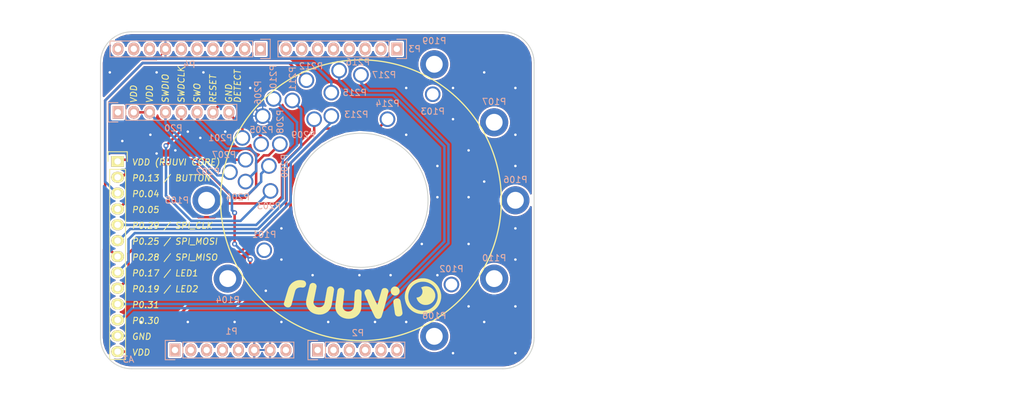
<source format=kicad_pcb>
(kicad_pcb (version 4) (host pcbnew "(2016-05-05 BZR 6775)-product")
  (layers (0 F.Cu signal) (31 B.Cu signal) (34 B.Paste user) (35 F.Paste user) (36 B.SilkS user) (37 F.SilkS user) (38 B.Mask user) (39 F.Mask user) (44 Edge.Cuts user))
  (net 0 "")
  (net 1 GND)
  (net 2 /SH_SWDIO)
  (net 3 /SH_SWDCLK)
  (net 4 /SH_SWO)
  (net 5 /SH_RESET)
  (net 6 /SH_GND_DETECT)
  (net 7 /SH_VTG)
  (net 8 "Net-(P207-Pad1)")
  (net 9 "Net-(P208-Pad1)")
  (net 10 "Net-(P209-Pad1)")
  (net 11 "Net-(P210-Pad1)")
  (net 12 "Net-(P211-Pad1)")
  (net 13 "Net-(P212-Pad1)")
  (net 14 "Net-(P213-Pad1)")
  (net 15 "Net-(P214-Pad1)")
  (net 16 "Net-(P215-Pad1)")
  (net 17 "Net-(P216-Pad1)")
  (net 18 "Net-(P217-Pad1)")
  (module Pin_Headers:Pin_Header_Straight_1x08 (layer B.Cu) (at 99.06 149.899 270)
    (fp_text reference P1 (at -2.999 -9.06) (layer B.SilkS) (effects (justify mirror)))
    (fp_text value CONN_01X08)
    (pad 1 thru_hole rect (at 0 0 270) (size 2.032 1.7272) (drill 1.016) (layers *.Cu *.Mask B.SilkS))
    (pad 2 thru_hole oval (at 0 -2.54 270) (size 2.032 1.7272) (drill 1.016) (layers *.Cu *.Mask B.SilkS))
    (pad 3 thru_hole oval (at 0 -5.08 270) (size 2.032 1.7272) (drill 1.016) (layers *.Cu *.Mask B.SilkS))
    (pad 4 thru_hole oval (at 0 -7.62 270) (size 2.032 1.7272) (drill 1.016) (layers *.Cu *.Mask B.SilkS))
    (pad 5 thru_hole oval (at 0 -10.16 270) (size 2.032 1.7272) (drill 1.016) (layers *.Cu *.Mask B.SilkS))
    (pad 6 thru_hole oval (at 0 -12.7 270) (size 2.032 1.7272) (drill 1.016) (layers *.Cu *.Mask B.SilkS) (net 1 GND))
    (pad 7 thru_hole oval (at 0 -15.24 270) (size 2.032 1.7272) (drill 1.016) (layers *.Cu *.Mask B.SilkS) (net 1 GND))
    (pad 8 thru_hole oval (at 0 -17.78 270) (size 2.032 1.7272) (drill 1.016) (layers *.Cu *.Mask B.SilkS))
  )
  (module Pin_Headers:Pin_Header_Straight_1x06 (layer B.Cu) (at 121.92 149.899 270)
    (fp_text reference P2 (at -2.749 -6.45) (layer B.SilkS) (effects (justify mirror)))
    (fp_text value CONN_01X06)
    (pad 1 thru_hole rect (at 0 0 270) (size 2.032 1.7272) (drill 1.016) (layers *.Cu *.Mask B.SilkS))
    (pad 2 thru_hole oval (at 0 -2.54 270) (size 2.032 1.7272) (drill 1.016) (layers *.Cu *.Mask B.SilkS))
    (pad 3 thru_hole oval (at 0 -5.08 270) (size 2.032 1.7272) (drill 1.016) (layers *.Cu *.Mask B.SilkS))
    (pad 4 thru_hole oval (at 0 -7.62 270) (size 2.032 1.7272) (drill 1.016) (layers *.Cu *.Mask B.SilkS))
    (pad 5 thru_hole oval (at 0 -10.16 270) (size 2.032 1.7272) (drill 1.016) (layers *.Cu *.Mask B.SilkS))
    (pad 6 thru_hole oval (at 0 -12.7 270) (size 2.032 1.7272) (drill 1.016) (layers *.Cu *.Mask B.SilkS))
  )
  (module Pin_Headers:Pin_Header_Straight_1x08 (layer B.Cu) (at 134.62 101.639 90)
    (fp_text reference P3 (at -0.011 2.85 180) (layer B.SilkS) (effects (justify mirror)))
    (fp_text value CONN_01X08)
    (pad 1 thru_hole rect (at 0 0 90) (size 2.032 1.7272) (drill 1.016) (layers *.Cu *.Mask B.SilkS))
    (pad 2 thru_hole oval (at 0 -2.54 90) (size 2.032 1.7272) (drill 1.016) (layers *.Cu *.Mask B.SilkS))
    (pad 3 thru_hole oval (at 0 -5.08 90) (size 2.032 1.7272) (drill 1.016) (layers *.Cu *.Mask B.SilkS))
    (pad 4 thru_hole oval (at 0 -7.62 90) (size 2.032 1.7272) (drill 1.016) (layers *.Cu *.Mask B.SilkS))
    (pad 5 thru_hole oval (at 0 -10.16 90) (size 2.032 1.7272) (drill 1.016) (layers *.Cu *.Mask B.SilkS))
    (pad 6 thru_hole oval (at 0 -12.7 90) (size 2.032 1.7272) (drill 1.016) (layers *.Cu *.Mask B.SilkS))
    (pad 7 thru_hole oval (at 0 -15.24 90) (size 2.032 1.7272) (drill 1.016) (layers *.Cu *.Mask B.SilkS))
    (pad 8 thru_hole oval (at 0 -17.78 90) (size 2.032 1.7272) (drill 1.016) (layers *.Cu *.Mask B.SilkS))
  )
  (module Pin_Headers:Pin_Header_Straight_1x10 (layer B.Cu) (at 112.776 101.639 90)
    (fp_text reference P4 (at -2.54 -11.43 180) (layer B.SilkS) (effects (justify mirror)))
    (fp_text value CONN_01X10)
    (pad 1 thru_hole rect (at 0 0 90) (size 2.032 1.7272) (drill 1.016) (layers *.Cu *.Mask B.SilkS))
    (pad 2 thru_hole oval (at 0 -2.54 90) (size 2.032 1.7272) (drill 1.016) (layers *.Cu *.Mask B.SilkS))
    (pad 3 thru_hole oval (at 0 -5.08 90) (size 2.032 1.7272) (drill 1.016) (layers *.Cu *.Mask B.SilkS))
    (pad 4 thru_hole oval (at 0 -7.62 90) (size 2.032 1.7272) (drill 1.016) (layers *.Cu *.Mask B.SilkS))
    (pad 5 thru_hole oval (at 0 -10.16 90) (size 2.032 1.7272) (drill 1.016) (layers *.Cu *.Mask B.SilkS))
    (pad 6 thru_hole oval (at 0 -12.7 90) (size 2.032 1.7272) (drill 1.016) (layers *.Cu *.Mask B.SilkS))
    (pad 7 thru_hole oval (at 0 -15.24 90) (size 2.032 1.7272) (drill 1.016) (layers *.Cu *.Mask B.SilkS) (net 1 GND))
    (pad 8 thru_hole oval (at 0 -17.78 90) (size 2.032 1.7272) (drill 1.016) (layers *.Cu *.Mask B.SilkS))
    (pad 9 thru_hole oval (at 0 -20.32 90) (size 2.032 1.7272) (drill 1.016) (layers *.Cu *.Mask B.SilkS))
    (pad 10 thru_hole oval (at 0 -22.86 90) (size 2.032 1.7272) (drill 1.016) (layers *.Cu *.Mask B.SilkS))
  )
  (module Tester:RUUVI_LOGO_BENDED_RUUVITAG_REVB2 (layer F.Cu) (at 129.12 141.65)
    (fp_text reference G*** hide)
    (fp_text value RUUVI_LOGO_BENDED_RUUVITAG_REVB2 hide)
  )
  (module Socket_Strips:Socket_Strip_Straight_1x08 (layer B.Cu) (at 89.916 111.799)
    (fp_text reference P20 (at 8.89 2.54) (layer B.SilkS) (effects (justify mirror)))
    (fp_text value CONN_01X08)
    (pad 1 thru_hole rect (at 0 0) (size 1.7272 2.032) (drill 1.016) (layers *.Cu *.Mask B.SilkS))
    (pad 2 thru_hole oval (at 2.54 0) (size 1.7272 2.032) (drill 1.016) (layers *.Cu *.Mask B.SilkS) (net 7 /SH_VTG))
    (pad 3 thru_hole oval (at 5.08 0) (size 1.7272 2.032) (drill 1.016) (layers *.Cu *.Mask B.SilkS) (net 7 /SH_VTG))
    (pad 4 thru_hole oval (at 7.62 0) (size 1.7272 2.032) (drill 1.016) (layers *.Cu *.Mask B.SilkS) (net 2 /SH_SWDIO))
    (pad 5 thru_hole oval (at 10.16 0) (size 1.7272 2.032) (drill 1.016) (layers *.Cu *.Mask B.SilkS) (net 3 /SH_SWDCLK))
    (pad 6 thru_hole oval (at 12.7 0) (size 1.7272 2.032) (drill 1.016) (layers *.Cu *.Mask B.SilkS) (net 4 /SH_SWO))
    (pad 7 thru_hole oval (at 15.24 0) (size 1.7272 2.032) (drill 1.016) (layers *.Cu *.Mask B.SilkS) (net 5 /SH_RESET))
    (pad 8 thru_hole oval (at 17.78 0) (size 1.7272 2.032) (drill 1.016) (layers *.Cu *.Mask B.SilkS) (net 6 /SH_GND_DETECT))
  )
  (module Tester:M2.5_PLATED_HOLE (layer B.Cu) (at 107.52 138.45)
    (fp_text reference P104 (at 0 3.4) (layer B.SilkS) (effects (justify mirror)))
    (fp_text value ALIGN)
    (pad 1 thru_hole circle (at 0 0) (size 4.5 4.5) (drill 2.7) (layers *.Cu *.Mask))
  )
  (module Tester:M2.5_PLATED_HOLE (layer B.Cu) (at 104.12 125.9)
    (fp_text reference P105 (at -4.75 0) (layer B.SilkS) (effects (justify mirror)))
    (fp_text value ALIGN)
    (pad 1 thru_hole circle (at 0 0) (size 4.5 4.5) (drill 2.7) (layers *.Cu *.Mask))
  )
  (module Tester:M2.5_PLATED_HOLE (layer B.Cu) (at 153.62 125.9)
    (fp_text reference P106 (at 0 -3.3) (layer B.SilkS) (effects (justify mirror)))
    (fp_text value ALIGN)
    (pad 1 thru_hole circle (at 0 0) (size 4.5 4.5) (drill 2.7) (layers *.Cu *.Mask))
  )
  (module Tester:0926-1-15-20-75-14-11-0_POGO_PIN (layer B.Cu) (at 114.37 124.4)
    (fp_text reference P203 (at -0.25 2.4) (layer B.SilkS) (effects (justify mirror)))
    (fp_text value POGO)
    (pad 1 thru_hole circle (at 0 0) (size 2.5 2.5) (drill 1.9) (layers *.Cu *.Mask) (net 3 /SH_SWDCLK))
  )
  (module Tester:0926-1-15-20-75-14-11-0_POGO_PIN (layer B.Cu) (at 112.87 116.9)
    (fp_text reference P205 (at 0.05 -2.3 180) (layer B.SilkS) (effects (justify mirror)))
    (fp_text value POGO)
    (pad 1 thru_hole circle (at 0 0) (size 2.5 2.5) (drill 1.9) (layers *.Cu *.Mask) (net 5 /SH_RESET))
  )
  (module Tester:0926-1-15-20-75-14-11-0_POGO_PIN (layer B.Cu) (at 110.37 122.9)
    (fp_text reference P204 (at -1.25 2.5) (layer B.SilkS) (effects (justify mirror)))
    (fp_text value POGO)
    (pad 1 thru_hole circle (at 0 0) (size 2.5 2.5) (drill 1.9) (layers *.Cu *.Mask) (net 4 /SH_SWO))
  )
  (module Tester:0926-1-15-20-75-14-11-0_POGO_PIN (layer B.Cu) (at 107.87 121.4)
    (fp_text reference P202 (at -3.55 -0.1) (layer B.SilkS) (effects (justify mirror)))
    (fp_text value POGO)
    (pad 1 thru_hole circle (at 0 0) (size 2.5 2.5) (drill 1.9) (layers *.Cu *.Mask) (net 2 /SH_SWDIO))
  )
  (module Tester:0926-1-15-20-75-14-11-0_POGO_PIN (layer B.Cu) (at 109.87 115.9)
    (fp_text reference P201 (at -3.55 0) (layer B.SilkS) (effects (justify mirror)))
    (fp_text value POGO)
    (pad 1 thru_hole circle (at 0 0) (size 2.5 2.5) (drill 1.9) (layers *.Cu *.Mask) (net 6 /SH_GND_DETECT))
  )
  (module Tester:0926-1-15-20-75-14-11-0_POGO_PIN (layer B.Cu) (at 114.12 120.4)
    (fp_text reference P200 (at 2.5 0 270) (layer B.SilkS) (effects (justify mirror)))
    (fp_text value POGO)
    (pad 1 thru_hole circle (at 0 0) (size 2.5 2.5) (drill 1.9) (layers *.Cu *.Mask) (net 7 /SH_VTG))
  )
  (module Tester:0926-1-15-20-75-14-11-0_POGO_PIN (layer B.Cu) (at 113.37 133.9)
    (fp_text reference P101 (at 0 -2.5) (layer B.SilkS) (effects (justify mirror)))
    (fp_text value POGO)
    (pad 1 thru_hole circle (at 0 0) (size 2.5 2.5) (drill 1.9) (layers *.Cu *.Mask))
  )
  (module Tester:0926-1-15-20-75-14-11-0_POGO_PIN (layer B.Cu) (at 143.37 139.4)
    (fp_text reference P102 (at 0 -2.5) (layer B.SilkS) (effects (justify mirror)))
    (fp_text value POGO)
    (pad 1 thru_hole circle (at 0 0) (size 2.5 2.5) (drill 1.9) (layers *.Cu *.Mask))
  )
  (module Tester:0926-1-15-20-75-14-11-0_POGO_PIN (layer B.Cu) (at 140.37 108.9)
    (fp_text reference P103 (at 0 2.75) (layer B.SilkS) (effects (justify mirror)))
    (fp_text value POGO)
    (pad 1 thru_hole circle (at 0 0) (size 2.5 2.5) (drill 1.9) (layers *.Cu *.Mask))
  )
  (module Tester:0926-1-15-20-75-14-11-0_POGO_PIN (layer B.Cu) (at 113.12 112.4)
    (fp_text reference P206 (at -0.75 -3.75 90) (layer B.SilkS) (effects (justify mirror)))
    (fp_text value POGO)
    (pad 1 thru_hole circle (at 0 0) (size 2.5 2.5) (drill 1.9) (layers *.Cu *.Mask) (net 1 GND))
  )
  (module Tester:OSHWMASK5MM (layer F.Cu) (at 149.87 148.9)
    (fp_text reference G*** hide)
    (fp_text value OSHWMASK5MM hide)
  )
  (module Tester:0926-1-15-20-75-14-11-0_POGO_PIN (layer B.Cu) (at 110.37 119.4)
    (fp_text reference P207 (at -3.45 -0.8) (layer B.SilkS) (effects (justify mirror)))
    (fp_text value POGO)
    (pad 1 thru_hole circle (at 0 0) (size 2.5 2.5) (drill 1.9) (layers *.Cu *.Mask) (net 8 "Net-(P207-Pad1)"))
  )
  (module Tester:0926-1-15-20-75-14-11-0_POGO_PIN (layer B.Cu) (at 115.87 116.9)
    (fp_text reference P208 (at 0.05 -3.6 270) (layer B.SilkS) (effects (justify mirror)))
    (fp_text value POGO)
    (pad 1 thru_hole circle (at 0 0) (size 2.5 2.5) (drill 1.9) (layers *.Cu *.Mask) (net 9 "Net-(P208-Pad1)"))
  )
  (module Tester:0926-1-15-20-75-14-11-0_POGO_PIN (layer B.Cu) (at 121.37 112.9)
    (fp_text reference P209 (at -1.75 2.5) (layer B.SilkS) (effects (justify mirror)))
    (fp_text value POGO)
    (pad 1 thru_hole circle (at 0 0) (size 2.5 2.5) (drill 1.9) (layers *.Cu *.Mask) (net 10 "Net-(P209-Pad1)"))
  )
  (module Tester:0926-1-15-20-75-14-11-0_POGO_PIN (layer B.Cu) (at 114.87 109.65)
    (fp_text reference P210 (at -0.05 -3.55 270) (layer B.SilkS) (effects (justify mirror)))
    (fp_text value POGO)
    (pad 1 thru_hole circle (at 0 0) (size 2.5 2.5) (drill 1.9) (layers *.Cu *.Mask) (net 11 "Net-(P210-Pad1)"))
  )
  (module Tester:0926-1-15-20-75-14-11-0_POGO_PIN (layer B.Cu) (at 117.87 109.9)
    (fp_text reference P211 (at 0.05 -3.5 270) (layer B.SilkS) (effects (justify mirror)))
    (fp_text value POGO)
    (pad 1 thru_hole circle (at 0 0) (size 2.5 2.5) (drill 1.9) (layers *.Cu *.Mask) (net 12 "Net-(P211-Pad1)"))
  )
  (module Tester:0926-1-15-20-75-14-11-0_POGO_PIN (layer B.Cu) (at 120.12 106.65)
    (fp_text reference P212 (at 0.75 -2.25) (layer B.SilkS) (effects (justify mirror)))
    (fp_text value POGO)
    (pad 1 thru_hole circle (at 0 0) (size 2.5 2.5) (drill 1.9) (layers *.Cu *.Mask) (net 13 "Net-(P212-Pad1)"))
  )
  (module Tester:0926-1-15-20-75-14-11-0_POGO_PIN (layer B.Cu) (at 124.12 112.4)
    (fp_text reference P213 (at 4 -0.25) (layer B.SilkS) (effects (justify mirror)))
    (fp_text value POGO)
    (pad 1 thru_hole circle (at 0 0) (size 2.5 2.5) (drill 1.9) (layers *.Cu *.Mask) (net 14 "Net-(P213-Pad1)"))
  )
  (module Tester:0926-1-15-20-75-14-11-0_POGO_PIN (layer B.Cu) (at 133.12 112.9)
    (fp_text reference P214 (at 0 -2.5) (layer B.SilkS) (effects (justify mirror)))
    (fp_text value POGO)
    (pad 1 thru_hole circle (at 0 0) (size 2.5 2.5) (drill 1.9) (layers *.Cu *.Mask) (net 15 "Net-(P214-Pad1)"))
  )
  (module Tester:0926-1-15-20-75-14-11-0_POGO_PIN (layer B.Cu) (at 124.12 108.65)
    (fp_text reference P215 (at 3.75 0) (layer B.SilkS) (effects (justify mirror)))
    (fp_text value POGO)
    (pad 1 thru_hole circle (at 0 0) (size 2.5 2.5) (drill 1.9) (layers *.Cu *.Mask) (net 16 "Net-(P215-Pad1)"))
  )
  (module Tester:M2.5_PLATED_HOLE (layer B.Cu) (at 150.22 113.4)
    (fp_text reference P107 (at 0 -3.3) (layer B.SilkS) (effects (justify mirror)))
    (fp_text value ALIGN)
    (pad 1 thru_hole circle (at 0 0) (size 4.5 4.5) (drill 2.7) (layers *.Cu *.Mask))
  )
  (module Tester:M2.5_PLATED_HOLE (layer B.Cu) (at 140.62 147.7)
    (fp_text reference P108 (at 0 -3.3) (layer B.SilkS) (effects (justify mirror)))
    (fp_text value ALIGN)
    (pad 1 thru_hole circle (at 0 0) (size 4.5 4.5) (drill 2.7) (layers *.Cu *.Mask))
  )
  (module Tester:M2.5_PLATED_HOLE (layer B.Cu) (at 140.62 104.1)
    (fp_text reference P109 (at 0 -3.75) (layer B.SilkS) (effects (justify mirror)))
    (fp_text value ALIGN)
    (pad 1 thru_hole circle (at 0 0) (size 4.5 4.5) (drill 2.7) (layers *.Cu *.Mask))
  )
  (module Tester:M2.5_PLATED_HOLE (layer B.Cu) (at 150.22 138.45)
    (fp_text reference P110 (at 0 -3.3) (layer B.SilkS) (effects (justify mirror)))
    (fp_text value ALIGN)
    (pad 1 thru_hole circle (at 0 0) (size 4.5 4.5) (drill 2.7) (layers *.Cu *.Mask))
  )
  (module Pin_Headers:Pin_Header_Straight_1x13 (layer F.Cu) (at 89.87 119.67)
    (fp_text reference P5 hide)
    (fp_text value CONN_01X13)
    (pad 1 thru_hole rect (at 0 0) (size 2.032 1.7272) (drill 1.016) (layers *.Cu *.Mask F.SilkS) (net 8 "Net-(P207-Pad1)"))
    (pad 2 thru_hole oval (at 0 2.54) (size 2.032 1.7272) (drill 1.016) (layers *.Cu *.Mask F.SilkS) (net 9 "Net-(P208-Pad1)"))
    (pad 3 thru_hole oval (at 0 5.08) (size 2.032 1.7272) (drill 1.016) (layers *.Cu *.Mask F.SilkS) (net 16 "Net-(P215-Pad1)"))
    (pad 4 thru_hole oval (at 0 7.62) (size 2.032 1.7272) (drill 1.016) (layers *.Cu *.Mask F.SilkS) (net 10 "Net-(P209-Pad1)"))
    (pad 5 thru_hole oval (at 0 10.16) (size 2.032 1.7272) (drill 1.016) (layers *.Cu *.Mask F.SilkS) (net 11 "Net-(P210-Pad1)"))
    (pad 6 thru_hole oval (at 0 12.7) (size 2.032 1.7272) (drill 1.016) (layers *.Cu *.Mask F.SilkS) (net 12 "Net-(P211-Pad1)"))
    (pad 7 thru_hole oval (at 0 15.24) (size 2.032 1.7272) (drill 1.016) (layers *.Cu *.Mask F.SilkS) (net 13 "Net-(P212-Pad1)"))
    (pad 8 thru_hole oval (at 0 17.78) (size 2.032 1.7272) (drill 1.016) (layers *.Cu *.Mask F.SilkS) (net 14 "Net-(P213-Pad1)"))
    (pad 9 thru_hole oval (at 0 20.32) (size 2.032 1.7272) (drill 1.016) (layers *.Cu *.Mask F.SilkS) (net 15 "Net-(P214-Pad1)"))
    (pad 10 thru_hole oval (at 0 22.86) (size 2.032 1.7272) (drill 1.016) (layers *.Cu *.Mask F.SilkS) (net 17 "Net-(P216-Pad1)"))
    (pad 11 thru_hole oval (at 0 25.4) (size 2.032 1.7272) (drill 1.016) (layers *.Cu *.Mask F.SilkS) (net 18 "Net-(P217-Pad1)"))
    (pad 12 thru_hole oval (at 0 27.94) (size 2.032 1.7272) (drill 1.016) (layers *.Cu *.Mask F.SilkS) (net 1 GND))
    (pad 13 thru_hole oval (at 0 30.48) (size 2.032 1.7272) (drill 1.016) (layers *.Cu *.Mask F.SilkS) (net 7 /SH_VTG))
  )
  (module Tester:0926-1-15-20-75-14-11-0_POGO_PIN (layer B.Cu) (at 125.37 105.1)
    (fp_text reference P216 (at 3 -1.35) (layer B.SilkS) (effects (justify mirror)))
    (fp_text value POGO)
    (pad 1 thru_hole circle (at 0 0) (size 2.5 2.5) (drill 1.9) (layers *.Cu *.Mask) (net 17 "Net-(P216-Pad1)"))
  )
  (module Tester:0926-1-15-20-75-14-11-0_POGO_PIN (layer B.Cu) (at 128.87 105.8)
    (fp_text reference P217 (at 3.7 0) (layer B.SilkS) (effects (justify mirror)))
    (fp_text value POGO)
    (pad 1 thru_hole circle (at 0 0) (size 2.5 2.5) (drill 1.9) (layers *.Cu *.Mask) (net 18 "Net-(P217-Pad1)"))
  )
  (gr_text P0.30 (at 92.075 145.2) (layer F.SilkS) (effects (font (size 1 1) (thickness 0.15) italic) (justify left)))
  (gr_text P0.31 (at 92.075 142.66) (layer F.SilkS) (effects (font (size 1 1) (thickness 0.15) italic) (justify left)))
  (gr_circle (center 128.87 125.9) (end 128.87 136.65) (layer Edge.Cuts) (width 0.15))
  (gr_text DETECT (at 109.093 110.402 90) (layer F.SilkS) (effects (font (size 1 1) (thickness 0.15) italic) (justify left)))
  (gr_text VDD (at 92.456 110.402 90) (layer F.SilkS) (effects (font (size 1 1) (thickness 0.15) italic) (justify left)))
  (gr_text VDD (at 94.996 110.402 90) (layer F.SilkS) (effects (font (size 1 1) (thickness 0.15) italic) (justify left)))
  (gr_text SWDIO (at 97.536 110.402 90) (layer F.SilkS) (effects (font (size 1 1) (thickness 0.15) italic) (justify left)))
  (gr_text SWDCLK (at 100.076 110.402 90) (layer F.SilkS) (effects (font (size 1 1) (thickness 0.15) italic) (justify left)))
  (gr_text SWO (at 102.616 110.402 90) (layer F.SilkS) (effects (font (size 1 1) (thickness 0.15) italic) (justify left)))
  (gr_text RESET (at 105.156 110.402 90) (layer F.SilkS) (effects (font (size 1 1) (thickness 0.15) italic) (justify left)))
  (gr_text GND (at 107.696 110.402 90) (layer F.SilkS) (effects (font (size 1 1) (thickness 0.15) italic) (justify left)))
  (gr_line (start 151.62 98.9) (end 92.12 98.9) (angle 90) (layer Edge.Cuts) (width 0.15))
  (gr_line (start 92.12 152.9) (end 151.62 152.9) (angle 90) (layer Edge.Cuts) (width 0.15))
  (gr_arc (start 92.12 147.9) (end 92.12 152.9) (angle 90) (layer Edge.Cuts) (width 0.15))
  (gr_text "VDD (RUUVI CORE)" (at 92.075 119.8) (layer F.SilkS) (effects (font (size 1 1) (thickness 0.15) italic) (justify left)))
  (gr_text "P0.13 / BUTTON" (at 92.075 122.34) (layer F.SilkS) (effects (font (size 1 1) (thickness 0.15) italic) (justify left)))
  (gr_text P0.04 (at 92.075 124.88) (layer F.SilkS) (effects (font (size 1 1) (thickness 0.15) italic) (justify left)))
  (gr_text P0.05 (at 92.075 127.42) (layer F.SilkS) (effects (font (size 1 1) (thickness 0.15) italic) (justify left)))
  (gr_text "P0.29 / SPI_CLK" (at 92.075 129.96) (layer F.SilkS) (effects (font (size 1 1) (thickness 0.15) italic) (justify left)))
  (gr_text "P0.25 / SPI_MOSI" (at 92.075 132.5) (layer F.SilkS) (effects (font (size 1 1) (thickness 0.15) italic) (justify left)))
  (gr_text "P0.28 / SPI_MISO" (at 92.075 135.04) (layer F.SilkS) (effects (font (size 1 1) (thickness 0.15) italic) (justify left)))
  (gr_text "P0.17 / LED1" (at 92.075 137.58) (layer F.SilkS) (effects (font (size 1 1) (thickness 0.15) italic) (justify left)))
  (gr_text "P0.19 / LED2" (at 92.075 140.12) (layer F.SilkS) (effects (font (size 1 1) (thickness 0.15) italic) (justify left)))
  (gr_text GND (at 92.075 147.74) (layer F.SilkS) (effects (font (size 1 1) (thickness 0.15) italic) (justify left)))
  (gr_text VDD (at 92.075 150.28) (layer F.SilkS) (effects (font (size 1 1) (thickness 0.15) italic) (justify left)))
  (gr_line (start 87.12 147.9) (end 87.12 103.9) (angle 90) (layer Edge.Cuts) (width 0.15))
  (gr_line (start 156.62 103.9) (end 156.62 147.9) (angle 90) (layer Edge.Cuts) (width 0.15))
  (gr_text A3 (at 91.62 151.4) (layer B.SilkS) (effects (font (size 1 1) (thickness 0.15) italic) (justify mirror)))
  (gr_arc (start 151.62 147.9) (end 156.62 147.9) (angle 90) (layer Edge.Cuts) (width 0.15))
  (gr_arc (start 151.62 103.9) (end 151.62 98.9) (angle 90) (layer Edge.Cuts) (width 0.15))
  (gr_arc (start 92.12 103.9) (end 87.12 103.9) (angle 90) (layer Edge.Cuts) (width 0.15))
  (gr_circle (center 128.87 125.9) (end 128.87 148.4) (layer F.SilkS) (width 0.2))
  (segment (start 99.12 117.9) (end 98.62 117.9) (width 0.2) (layer F.Cu) (net 1))
  (segment (start 109.62 112.4) (end 107.12 114.9) (width 0.2) (layer B.Cu) (net 1))
  (via (at 107.12 114.9) (size 0.8) (drill 0.4) (layers F.Cu B.Cu) (net 1))
  (segment (start 107.12 114.9) (end 106.12 115.9) (width 0.2) (layer F.Cu) (net 1))
  (segment (start 106.12 115.9) (end 103.12 115.9) (width 0.2) (layer F.Cu) (net 1))
  (via (at 103.12 115.9) (size 0.8) (drill 0.4) (layers F.Cu B.Cu) (net 1))
  (segment (start 103.12 115.9) (end 102.12 114.9) (width 0.2) (layer B.Cu) (net 1))
  (segment (start 102.12 114.9) (end 101.12 114.9) (width 0.2) (layer B.Cu) (net 1))
  (via (at 101.12 114.9) (size 0.8) (drill 0.4) (layers F.Cu B.Cu) (net 1))
  (segment (start 101.12 114.9) (end 99.12 116.9) (width 0.2) (layer F.Cu) (net 1))
  (segment (start 99.12 116.9) (end 99.12 117.9) (width 0.2) (layer F.Cu) (net 1))
  (via (at 99.12 117.9) (size 0.8) (drill 0.4) (layers F.Cu B.Cu) (net 1))
  (segment (start 113.12 112.4) (end 109.62 112.4) (width 0.2) (layer B.Cu) (net 1))
  (via (at 90.62 116.4) (size 0.8) (drill 0.4) (layers F.Cu B.Cu) (net 1))
  (segment (start 94.12 116.4) (end 90.62 116.4) (width 0.2) (layer F.Cu) (net 1))
  (segment (start 95.12 115.4) (end 94.12 116.4) (width 0.2) (layer F.Cu) (net 1))
  (via (at 95.12 115.4) (size 0.8) (drill 0.4) (layers F.Cu B.Cu) (net 1))
  (segment (start 95.12 117.4) (end 95.12 115.4) (width 0.2) (layer B.Cu) (net 1))
  (segment (start 96.12 118.4) (end 95.12 117.4) (width 0.2) (layer B.Cu) (net 1))
  (via (at 96.12 118.4) (size 0.8) (drill 0.4) (layers F.Cu B.Cu) (net 1))
  (segment (start 98.12 118.4) (end 96.12 118.4) (width 0.2) (layer F.Cu) (net 1))
  (segment (start 98.62 117.9) (end 98.12 118.4) (width 0.2) (layer F.Cu) (net 1))
  (segment (start 113.12 112.4) (end 113.12 109.9) (width 0.2) (layer B.Cu) (net 1))
  (via (at 96.12 105.4) (size 0.8) (drill 0.4) (layers F.Cu B.Cu) (net 1))
  (segment (start 103.62 105.4) (end 96.12 105.4) (width 0.2) (layer B.Cu) (net 1))
  (via (at 103.62 105.4) (size 0.8) (drill 0.4) (layers F.Cu B.Cu) (net 1))
  (segment (start 108.62 105.4) (end 103.62 105.4) (width 0.2) (layer F.Cu) (net 1))
  (segment (start 111.12 107.9) (end 108.62 105.4) (width 0.2) (layer F.Cu) (net 1))
  (via (at 111.12 107.9) (size 0.8) (drill 0.4) (layers F.Cu B.Cu) (net 1))
  (segment (start 113.12 109.9) (end 111.12 107.9) (width 0.2) (layer B.Cu) (net 1))
  (segment (start 97.536 101.639) (end 97.536 101.933998) (width 0.2) (layer F.Cu) (net 1))
  (segment (start 97.536 101.933998) (end 96.12 103.349998) (width 0.2) (layer F.Cu) (net 1))
  (segment (start 96.12 103.349998) (end 90.670002 103.349998) (width 0.2) (layer F.Cu) (net 1))
  (segment (start 90.670002 103.349998) (end 88.62 105.4) (width 0.2) (layer F.Cu) (net 1))
  (via (at 88.62 105.4) (size 0.8) (drill 0.4) (layers F.Cu B.Cu) (net 1))
  (segment (start 108.62 145.4) (end 113.62 140.4) (width 0.2) (layer F.Cu) (net 1))
  (via (at 136.12 107.9) (size 0.8) (drill 0.4) (layers F.Cu B.Cu) (net 1))
  (segment (start 136.12 115.4) (end 136.12 107.9) (width 0.2) (layer F.Cu) (net 1))
  (via (at 136.12 115.4) (size 0.8) (drill 0.4) (layers F.Cu B.Cu) (net 1))
  (segment (start 141.12 120.4) (end 136.12 115.4) (width 0.2) (layer B.Cu) (net 1))
  (via (at 141.12 120.4) (size 0.8) (drill 0.4) (layers F.Cu B.Cu) (net 1))
  (segment (start 141.12 125.4) (end 141.12 120.4) (width 0.2) (layer F.Cu) (net 1))
  (via (at 141.12 125.4) (size 0.8) (drill 0.4) (layers F.Cu B.Cu) (net 1))
  (segment (start 141.12 130.4) (end 141.12 125.4) (width 0.2) (layer B.Cu) (net 1))
  (segment (start 138.62 132.9) (end 141.12 130.4) (width 0.2) (layer B.Cu) (net 1))
  (via (at 138.62 132.9) (size 0.8) (drill 0.4) (layers F.Cu B.Cu) (net 1))
  (segment (start 133.62 137.9) (end 138.62 132.9) (width 0.2) (layer F.Cu) (net 1))
  (via (at 133.62 137.9) (size 0.8) (drill 0.4) (layers F.Cu B.Cu) (net 1))
  (segment (start 128.62 137.9) (end 133.62 137.9) (width 0.2) (layer B.Cu) (net 1))
  (via (at 128.62 137.9) (size 0.8) (drill 0.4) (layers F.Cu B.Cu) (net 1))
  (segment (start 121.12 137.9) (end 128.62 137.9) (width 0.2) (layer F.Cu) (net 1))
  (via (at 121.12 137.9) (size 0.8) (drill 0.4) (layers F.Cu B.Cu) (net 1))
  (segment (start 118.62 135.4) (end 121.12 137.9) (width 0.2) (layer B.Cu) (net 1))
  (segment (start 118.62 132.9) (end 118.62 135.4) (width 0.2) (layer B.Cu) (net 1))
  (segment (start 116.12 130.4) (end 118.62 132.9) (width 0.2) (layer B.Cu) (net 1))
  (via (at 116.12 130.4) (size 0.8) (drill 0.4) (layers F.Cu B.Cu) (net 1))
  (segment (start 116.12 135.4) (end 116.12 130.4) (width 0.2) (layer F.Cu) (net 1))
  (via (at 116.12 135.4) (size 0.8) (drill 0.4) (layers F.Cu B.Cu) (net 1))
  (segment (start 116.12 137.9) (end 116.12 135.4) (width 0.2) (layer B.Cu) (net 1))
  (segment (start 113.62 140.4) (end 116.12 137.9) (width 0.2) (layer B.Cu) (net 1))
  (via (at 113.62 140.4) (size 0.8) (drill 0.4) (layers F.Cu B.Cu) (net 1))
  (segment (start 89.87 147.61) (end 91.41 147.61) (width 0.2) (layer F.Cu) (net 1))
  (via (at 143.62 150.4) (size 0.8) (drill 0.4) (layers F.Cu B.Cu) (net 1))
  (segment (start 143.62 145.4) (end 143.62 150.4) (width 0.2) (layer F.Cu) (net 1))
  (segment (start 146.12 142.9) (end 143.62 145.4) (width 0.2) (layer F.Cu) (net 1))
  (via (at 146.12 142.9) (size 0.8) (drill 0.4) (layers F.Cu B.Cu) (net 1))
  (segment (start 148.62 145.4) (end 146.12 142.9) (width 0.2) (layer B.Cu) (net 1))
  (via (at 148.62 145.4) (size 0.8) (drill 0.4) (layers F.Cu B.Cu) (net 1))
  (segment (start 153.62 145.4) (end 148.62 145.4) (width 0.2) (layer F.Cu) (net 1))
  (segment (start 153.62 150.4) (end 153.62 145.4) (width 0.2) (layer F.Cu) (net 1))
  (via (at 153.62 150.4) (size 0.8) (drill 0.4) (layers F.Cu B.Cu) (net 1))
  (segment (start 153.62 142.9) (end 153.62 150.4) (width 0.2) (layer B.Cu) (net 1))
  (via (at 153.62 142.9) (size 0.8) (drill 0.4) (layers F.Cu B.Cu) (net 1))
  (segment (start 153.62 135.4) (end 153.62 142.9) (width 0.2) (layer F.Cu) (net 1))
  (via (at 153.62 135.4) (size 0.8) (drill 0.4) (layers F.Cu B.Cu) (net 1))
  (segment (start 153.62 130.4) (end 153.62 135.4) (width 0.2) (layer B.Cu) (net 1))
  (via (at 153.62 130.4) (size 0.8) (drill 0.4) (layers F.Cu B.Cu) (net 1))
  (segment (start 151.12 130.4) (end 153.62 130.4) (width 0.2) (layer F.Cu) (net 1))
  (segment (start 148.62 127.9) (end 151.12 130.4) (width 0.2) (layer F.Cu) (net 1))
  (segment (start 148.62 122.9) (end 148.62 127.9) (width 0.2) (layer F.Cu) (net 1))
  (via (at 148.62 122.9) (size 0.8) (drill 0.4) (layers F.Cu B.Cu) (net 1))
  (segment (start 151.12 122.9) (end 148.62 122.9) (width 0.2) (layer B.Cu) (net 1))
  (segment (start 153.62 120.4) (end 151.12 122.9) (width 0.2) (layer B.Cu) (net 1))
  (via (at 153.62 120.4) (size 0.8) (drill 0.4) (layers F.Cu B.Cu) (net 1))
  (segment (start 153.62 115.4) (end 153.62 120.4) (width 0.2) (layer F.Cu) (net 1))
  (via (at 153.62 115.4) (size 0.8) (drill 0.4) (layers F.Cu B.Cu) (net 1))
  (segment (start 153.62 107.9) (end 153.62 115.4) (width 0.2) (layer B.Cu) (net 1))
  (via (at 153.62 107.9) (size 0.8) (drill 0.4) (layers F.Cu B.Cu) (net 1))
  (segment (start 151.12 107.9) (end 153.62 107.9) (width 0.2) (layer F.Cu) (net 1))
  (segment (start 148.62 105.4) (end 151.12 107.9) (width 0.2) (layer F.Cu) (net 1))
  (via (at 148.62 105.4) (size 0.8) (drill 0.4) (layers F.Cu B.Cu) (net 1))
  (segment (start 146.12 105.4) (end 148.62 105.4) (width 0.2) (layer B.Cu) (net 1))
  (segment (start 143.62 107.9) (end 146.12 105.4) (width 0.2) (layer B.Cu) (net 1))
  (via (at 143.62 107.9) (size 0.8) (drill 0.4) (layers F.Cu B.Cu) (net 1))
  (segment (start 143.62 112.9) (end 143.62 107.9) (width 0.2) (layer F.Cu) (net 1))
  (via (at 143.62 112.9) (size 0.8) (drill 0.4) (layers F.Cu B.Cu) (net 1))
  (segment (start 143.62 115.4) (end 143.62 112.9) (width 0.2) (layer B.Cu) (net 1))
  (segment (start 146.12 117.9) (end 143.62 115.4) (width 0.2) (layer B.Cu) (net 1))
  (via (at 146.12 117.9) (size 0.8) (drill 0.4) (layers F.Cu B.Cu) (net 1))
  (segment (start 146.12 125.4) (end 146.12 117.9) (width 0.2) (layer F.Cu) (net 1))
  (via (at 146.12 125.4) (size 0.8) (drill 0.4) (layers F.Cu B.Cu) (net 1))
  (segment (start 146.12 132.9) (end 146.12 125.4) (width 0.2) (layer B.Cu) (net 1))
  (via (at 146.12 132.9) (size 0.8) (drill 0.4) (layers F.Cu B.Cu) (net 1))
  (segment (start 141.12 137.9) (end 146.12 132.9) (width 0.2) (layer F.Cu) (net 1))
  (via (at 141.12 137.9) (size 0.8) (drill 0.4) (layers F.Cu B.Cu) (net 1))
  (segment (start 141.12 140.4) (end 141.12 137.9) (width 0.2) (layer B.Cu) (net 1))
  (segment (start 136.12 145.4) (end 141.12 140.4) (width 0.2) (layer B.Cu) (net 1))
  (via (at 136.12 145.4) (size 0.8) (drill 0.4) (layers F.Cu B.Cu) (net 1))
  (segment (start 131.12 145.4) (end 136.12 145.4) (width 0.2) (layer F.Cu) (net 1))
  (via (at 131.12 145.4) (size 0.8) (drill 0.4) (layers F.Cu B.Cu) (net 1))
  (segment (start 123.62 145.4) (end 131.12 145.4) (width 0.2) (layer B.Cu) (net 1))
  (via (at 123.62 145.4) (size 0.8) (drill 0.4) (layers F.Cu B.Cu) (net 1))
  (segment (start 116.12 145.4) (end 123.62 145.4) (width 0.2) (layer F.Cu) (net 1))
  (via (at 116.12 145.4) (size 0.8) (drill 0.4) (layers F.Cu B.Cu) (net 1))
  (segment (start 108.62 145.4) (end 116.12 145.4) (width 0.2) (layer B.Cu) (net 1))
  (via (at 108.62 145.4) (size 0.8) (drill 0.4) (layers F.Cu B.Cu) (net 1))
  (segment (start 101.12 145.4) (end 108.62 145.4) (width 0.2) (layer F.Cu) (net 1))
  (via (at 101.12 145.4) (size 0.8) (drill 0.4) (layers F.Cu B.Cu) (net 1))
  (segment (start 93.62 145.4) (end 101.12 145.4) (width 0.2) (layer B.Cu) (net 1))
  (via (at 93.62 145.4) (size 0.8) (drill 0.4) (layers F.Cu B.Cu) (net 1))
  (segment (start 91.41 147.61) (end 93.62 145.4) (width 0.2) (layer F.Cu) (net 1))
  (segment (start 107.87 121.4) (end 107.37 121.9) (width 0.4) (layer B.Cu) (net 2))
  (segment (start 107.37 121.9) (end 105.87 121.9) (width 0.4) (layer B.Cu) (net 2))
  (segment (start 105.87 121.9) (end 97.536 113.566) (width 0.4) (layer B.Cu) (net 2))
  (segment (start 97.536 113.566) (end 97.536 111.799) (width 0.4) (layer B.Cu) (net 2))
  (segment (start 97.62 117.715685) (end 97.62 117.15) (width 0.4) (layer B.Cu) (net 3))
  (segment (start 97.62 125.15) (end 97.62 117.715685) (width 0.4) (layer B.Cu) (net 3))
  (segment (start 101.669968 129.199969) (end 97.62 125.15) (width 0.4) (layer B.Cu) (net 3))
  (segment (start 114.37 124.4) (end 109.570031 129.199969) (width 0.4) (layer B.Cu) (net 3))
  (segment (start 109.570031 129.199969) (end 101.669968 129.199969) (width 0.4) (layer B.Cu) (net 3))
  (segment (start 97.62 117.15) (end 100.076 114.694) (width 0.4) (layer F.Cu) (net 3))
  (segment (start 100.076 114.694) (end 100.076 111.799) (width 0.4) (layer F.Cu) (net 3))
  (via (at 97.62 117.15) (size 0.8) (drill 0.4) (layers F.Cu B.Cu) (net 3))
  (segment (start 110.37 122.9) (end 112.070001 121.199999) (width 0.4) (layer B.Cu) (net 4))
  (segment (start 112.070001 121.199999) (end 112.070001 118.583999) (width 0.4) (layer B.Cu) (net 4))
  (segment (start 112.070001 118.583999) (end 111.086003 117.600001) (width 0.4) (layer B.Cu) (net 4))
  (segment (start 111.086003 117.600001) (end 107.320001 117.600001) (width 0.4) (layer B.Cu) (net 4))
  (segment (start 107.320001 117.600001) (end 102.616 112.896) (width 0.4) (layer B.Cu) (net 4))
  (segment (start 102.616 112.896) (end 102.616 111.799) (width 0.4) (layer B.Cu) (net 4))
  (segment (start 112.87 116.9) (end 112.87 115.65) (width 0.4) (layer F.Cu) (net 5))
  (segment (start 112.87 115.65) (end 110.87 113.65) (width 0.4) (layer F.Cu) (net 5))
  (segment (start 110.87 113.65) (end 110.87 111.65) (width 0.4) (layer F.Cu) (net 5))
  (segment (start 110.87 111.65) (end 109.37 110.15) (width 0.4) (layer F.Cu) (net 5))
  (segment (start 109.37 110.15) (end 106.6526 110.15) (width 0.4) (layer F.Cu) (net 5))
  (segment (start 106.6526 110.15) (end 105.156 111.6466) (width 0.4) (layer F.Cu) (net 5))
  (segment (start 105.156 111.6466) (end 105.156 111.799) (width 0.4) (layer F.Cu) (net 5))
  (segment (start 109.87 115.9) (end 109.87 114.1254) (width 0.4) (layer F.Cu) (net 6))
  (segment (start 109.87 114.1254) (end 107.696 111.9514) (width 0.4) (layer F.Cu) (net 6))
  (segment (start 107.696 111.9514) (end 107.696 111.799) (width 0.4) (layer F.Cu) (net 6))
  (segment (start 108.1946 125.15) (end 108.1946 127.4746) (width 0.4) (layer B.Cu) (net 7))
  (segment (start 93.87 150.15) (end 101.12 142.9) (width 0.4) (layer F.Cu) (net 7))
  (segment (start 101.12 142.9) (end 108.62 142.9) (width 0.4) (layer F.Cu) (net 7))
  (segment (start 108.62 142.9) (end 111.12 140.4) (width 0.4) (layer F.Cu) (net 7))
  (segment (start 111.12 140.4) (end 111.12 135.4) (width 0.4) (layer F.Cu) (net 7))
  (via (at 111.12 135.4) (size 0.8) (drill 0.4) (layers F.Cu B.Cu) (net 7))
  (segment (start 111.12 135.4) (end 108.62 132.9) (width 0.4) (layer B.Cu) (net 7))
  (via (at 108.62 132.9) (size 0.8) (drill 0.4) (layers F.Cu B.Cu) (net 7))
  (segment (start 108.62 132.9) (end 108.62 127.9) (width 0.4) (layer F.Cu) (net 7))
  (via (at 108.62 127.9) (size 0.8) (drill 0.4) (layers F.Cu B.Cu) (net 7))
  (segment (start 108.62 127.9) (end 108.1946 127.4746) (width 0.4) (layer B.Cu) (net 7))
  (segment (start 93.87 150.15) (end 89.87 150.15) (width 0.4) (layer F.Cu) (net 7))
  (segment (start 94.996 111.9514) (end 108.1946 125.15) (width 0.4) (layer B.Cu) (net 7))
  (segment (start 94.996 111.799) (end 94.996 111.9514) (width 0.4) (layer B.Cu) (net 7))
  (segment (start 112.870001 121.649999) (end 114.12 120.4) (width 0.4) (layer B.Cu) (net 7))
  (segment (start 112.870001 122.916001) (end 112.870001 121.649999) (width 0.4) (layer B.Cu) (net 7))
  (segment (start 110.636002 125.15) (end 112.870001 122.916001) (width 0.4) (layer B.Cu) (net 7))
  (segment (start 108.1946 125.15) (end 110.636002 125.15) (width 0.4) (layer B.Cu) (net 7))
  (segment (start 92.456 111.799) (end 94.996 111.799) (width 0.4) (layer F.Cu) (net 7))
  (segment (start 90.040011 119.499989) (end 89.87 119.67) (width 0.4) (layer F.Cu) (net 8))
  (segment (start 110.37 119.4) (end 90.14 119.4) (width 0.4) (layer F.Cu) (net 8))
  (segment (start 90.14 119.4) (end 90.040011 119.499989) (width 0.4) (layer F.Cu) (net 8))
  (segment (start 112.070001 119.933997) (end 112.070001 123.716001) (width 0.4) (layer F.Cu) (net 9))
  (segment (start 115.87 116.9) (end 114.070001 118.699999) (width 0.4) (layer F.Cu) (net 9))
  (segment (start 114.070001 118.699999) (end 113.303999 118.699999) (width 0.4) (layer F.Cu) (net 9))
  (segment (start 113.303999 118.699999) (end 112.070001 119.933997) (width 0.4) (layer F.Cu) (net 9))
  (segment (start 112.070001 123.716001) (end 110.286002 125.5) (width 0.4) (layer F.Cu) (net 9))
  (segment (start 110.286002 125.5) (end 108.42 125.5) (width 0.4) (layer F.Cu) (net 9))
  (segment (start 108.42 125.5) (end 103.07 120.15) (width 0.4) (layer F.Cu) (net 9))
  (segment (start 103.07 120.15) (end 92.62 120.15) (width 0.4) (layer F.Cu) (net 9))
  (segment (start 92.62 120.15) (end 90.56 122.21) (width 0.4) (layer F.Cu) (net 9))
  (segment (start 90.56 122.21) (end 89.87 122.21) (width 0.4) (layer F.Cu) (net 9))
  (segment (start 89.87 127.29) (end 90.0224 127.29) (width 0.4) (layer F.Cu) (net 10))
  (segment (start 90.0224 127.29) (end 91.286 126.0264) (width 0.4) (layer F.Cu) (net 10))
  (segment (start 91.286 126.0264) (end 100.2464 126.0264) (width 0.4) (layer F.Cu) (net 10))
  (segment (start 100.2464 126.0264) (end 100.87 126.65) (width 0.4) (layer F.Cu) (net 10))
  (segment (start 100.87 126.65) (end 100.873998 126.65) (width 0.4) (layer F.Cu) (net 10))
  (segment (start 105.416001 128.600001) (end 107.616002 126.4) (width 0.4) (layer F.Cu) (net 10))
  (segment (start 107.616002 126.4) (end 115.12 126.4) (width 0.4) (layer F.Cu) (net 10))
  (segment (start 100.873998 126.65) (end 102.823999 128.600001) (width 0.4) (layer F.Cu) (net 10))
  (segment (start 102.823999 128.600001) (end 105.416001 128.600001) (width 0.4) (layer F.Cu) (net 10))
  (segment (start 115.12 126.4) (end 116.219989 125.300011) (width 0.4) (layer F.Cu) (net 10))
  (segment (start 116.219989 125.300011) (end 116.219989 120.300011) (width 0.4) (layer F.Cu) (net 10))
  (segment (start 116.219989 120.300011) (end 121.37 115.15) (width 0.4) (layer F.Cu) (net 10))
  (segment (start 121.37 115.15) (end 121.37 114.667766) (width 0.4) (layer F.Cu) (net 10))
  (segment (start 121.37 114.667766) (end 121.37 112.9) (width 0.4) (layer F.Cu) (net 10))
  (segment (start 114.87 109.65) (end 118.62 113.4) (width 0.4) (layer B.Cu) (net 11))
  (segment (start 118.62 113.4) (end 118.62 117.061492) (width 0.4) (layer B.Cu) (net 11))
  (segment (start 118.62 117.061492) (end 116.319978 119.361514) (width 0.4) (layer B.Cu) (net 11))
  (segment (start 116.319978 119.361514) (end 116.319978 125.611514) (width 0.4) (layer B.Cu) (net 11))
  (segment (start 116.319978 125.611514) (end 112.081514 129.849978) (width 0.4) (layer B.Cu) (net 11))
  (segment (start 112.081514 129.849978) (end 91.305978 129.849978) (width 0.4) (layer B.Cu) (net 11))
  (segment (start 91.305978 129.849978) (end 91.286 129.83) (width 0.4) (layer B.Cu) (net 11))
  (segment (start 91.286 129.83) (end 89.87 129.83) (width 0.4) (layer B.Cu) (net 11))
  (segment (start 90.0224 132.37) (end 89.87 132.37) (width 0.4) (layer B.Cu) (net 12))
  (segment (start 91.892411 130.499989) (end 90.0224 132.37) (width 0.4) (layer B.Cu) (net 12))
  (segment (start 112.350757 130.499989) (end 91.892411 130.499989) (width 0.4) (layer B.Cu) (net 12))
  (segment (start 116.969988 125.880758) (end 112.350757 130.499989) (width 0.4) (layer B.Cu) (net 12))
  (segment (start 116.969989 119.630757) (end 116.969988 125.880758) (width 0.4) (layer B.Cu) (net 12))
  (segment (start 119.27001 117.330736) (end 116.969989 119.630757) (width 0.4) (layer B.Cu) (net 12))
  (segment (start 119.27001 111.30001) (end 119.27001 117.330736) (width 0.4) (layer B.Cu) (net 12))
  (segment (start 117.87 109.9) (end 119.27001 111.30001) (width 0.4) (layer B.Cu) (net 12))
  (segment (start 120.12 106.65) (end 117.37 103.9) (width 0.4) (layer F.Cu) (net 13))
  (segment (start 117.37 103.9) (end 93.87 103.9) (width 0.4) (layer F.Cu) (net 13))
  (segment (start 93.87 103.9) (end 87.87 109.9) (width 0.4) (layer F.Cu) (net 13))
  (segment (start 87.87 109.9) (end 87.87 133.0624) (width 0.4) (layer F.Cu) (net 13))
  (segment (start 87.87 133.0624) (end 89.7176 134.91) (width 0.4) (layer F.Cu) (net 13))
  (segment (start 89.7176 134.91) (end 89.87 134.91) (width 0.4) (layer F.Cu) (net 13))
  (segment (start 92.62 131.15) (end 112.62 131.15) (width 0.4) (layer B.Cu) (net 14))
  (segment (start 124.12 113.4) (end 124.12 112.4) (width 0.4) (layer B.Cu) (net 14))
  (segment (start 117.62 119.9) (end 124.12 113.4) (width 0.4) (layer B.Cu) (net 14))
  (segment (start 89.87 137.45) (end 90.07 137.45) (width 0.4) (layer B.Cu) (net 14))
  (segment (start 90.07 137.45) (end 90.37 137.15) (width 0.4) (layer B.Cu) (net 14))
  (segment (start 90.37 137.15) (end 90.37 136.9) (width 0.4) (layer B.Cu) (net 14))
  (segment (start 90.37 136.9) (end 91.62 135.65) (width 0.4) (layer B.Cu) (net 14))
  (segment (start 117.62 126.15) (end 117.62 119.9) (width 0.4) (layer B.Cu) (net 14))
  (segment (start 91.62 135.65) (end 91.62 132.15) (width 0.4) (layer B.Cu) (net 14))
  (segment (start 91.62 132.15) (end 92.62 131.15) (width 0.4) (layer B.Cu) (net 14))
  (segment (start 112.62 131.15) (end 117.62 126.15) (width 0.4) (layer B.Cu) (net 14))
  (segment (start 89.87 139.99) (end 90.0224 139.99) (width 0.4) (layer F.Cu) (net 15))
  (segment (start 90.0224 139.99) (end 91.62 138.3924) (width 0.4) (layer F.Cu) (net 15))
  (segment (start 91.62 138.3924) (end 91.62 134.4) (width 0.4) (layer F.Cu) (net 15))
  (segment (start 91.62 134.4) (end 92.37 133.65) (width 0.4) (layer F.Cu) (net 15))
  (segment (start 92.37 133.65) (end 106.62 133.65) (width 0.4) (layer F.Cu) (net 15))
  (segment (start 107.12 134.15) (end 109.62 134.15) (width 0.4) (layer F.Cu) (net 15))
  (segment (start 109.62 134.15) (end 116.87 126.9) (width 0.4) (layer F.Cu) (net 15))
  (segment (start 106.62 133.65) (end 107.12 134.15) (width 0.4) (layer F.Cu) (net 15))
  (segment (start 116.87 126.9) (end 116.87 120.65) (width 0.4) (layer F.Cu) (net 15))
  (segment (start 116.87 120.65) (end 123.12 114.4) (width 0.4) (layer F.Cu) (net 15))
  (segment (start 123.12 114.4) (end 131.62 114.4) (width 0.4) (layer F.Cu) (net 15))
  (segment (start 131.62 114.4) (end 131.870001 114.149999) (width 0.4) (layer F.Cu) (net 15))
  (segment (start 131.870001 114.149999) (end 133.12 112.9) (width 0.4) (layer F.Cu) (net 15))
  (segment (start 89.87 124.75) (end 89.7176 124.75) (width 0.4) (layer B.Cu) (net 16))
  (segment (start 89.7176 124.75) (end 87.87 122.9024) (width 0.4) (layer B.Cu) (net 16))
  (segment (start 87.87 122.9024) (end 87.87 109.9) (width 0.4) (layer B.Cu) (net 16))
  (segment (start 87.87 109.9) (end 93.87 103.9) (width 0.4) (layer B.Cu) (net 16))
  (segment (start 93.87 103.9) (end 121.12 103.9) (width 0.4) (layer B.Cu) (net 16))
  (segment (start 121.12 103.9) (end 123.62 106.4) (width 0.4) (layer B.Cu) (net 16))
  (segment (start 123.62 106.4) (end 123.637766 106.4) (width 0.4) (layer B.Cu) (net 16))
  (segment (start 123.637766 106.4) (end 124.12 106.882234) (width 0.4) (layer B.Cu) (net 16))
  (segment (start 124.12 106.882234) (end 124.12 108.65) (width 0.4) (layer B.Cu) (net 16))
  (segment (start 125.37 105.1) (end 125.37 106.74) (width 0.4) (layer B.Cu) (net 17))
  (segment (start 132.21 142.53) (end 89.87 142.53) (width 0.4) (layer B.Cu) (net 17))
  (segment (start 142.24 132.5) (end 132.21 142.53) (width 0.4) (layer B.Cu) (net 17))
  (segment (start 142.24 117.26) (end 142.24 132.5) (width 0.4) (layer B.Cu) (net 17))
  (segment (start 133.985 109.005) (end 142.24 117.26) (width 0.4) (layer B.Cu) (net 17))
  (segment (start 127.635 109.005) (end 133.985 109.005) (width 0.4) (layer B.Cu) (net 17))
  (segment (start 125.37 106.74) (end 127.635 109.005) (width 0.4) (layer B.Cu) (net 17))
  (segment (start 89.87 145.07) (end 90.3 145.07) (width 0.4) (layer B.Cu) (net 18))
  (segment (start 90.3 145.07) (end 92.189998 143.180002) (width 0.4) (layer B.Cu) (net 18))
  (segment (start 92.189998 143.180002) (end 132.47924 143.180002) (width 0.4) (layer B.Cu) (net 18))
  (segment (start 132.47924 143.180002) (end 142.890002 132.76924) (width 0.4) (layer B.Cu) (net 18))
  (segment (start 142.890002 132.76924) (end 142.890002 116.99076) (width 0.4) (layer B.Cu) (net 18))
  (segment (start 142.890002 116.99076) (end 134.25424 108.354998) (width 0.4) (layer B.Cu) (net 18))
  (segment (start 134.25424 108.354998) (end 130.159998 108.354998) (width 0.4) (layer B.Cu) (net 18))
  (segment (start 130.159998 108.354998) (end 128.87 107.065) (width 0.4) (layer B.Cu) (net 18))
  (segment (start 128.87 107.065) (end 128.87 105.8) (width 0.4) (layer B.Cu) (net 18))
  (via (at 128.62 105.15) (size 0.8) (drill 0.4) (layers F.Cu B.Cu) (net 18))
  (zone (net 1) (net_name GND) (layer F.Cu) (connect_pads (clearance 0.3)) (min_thickness 0.3) (fill yes (arc_segments 32) (thermal_gap 0.3) (thermal_bridge_width 0.31))
    (polygon (pts (xy 87.12 152.9) (xy 87.12 98.9) (xy 156.62 98.9) (xy 156.62 152.9)))
  )
  (zone (net 1) (net_name GND) (layer B.Cu) (connect_pads (clearance 0.3)) (min_thickness 0.3) (fill yes (arc_segments 32) (thermal_gap 0.3) (thermal_bridge_width 0.31))
    (polygon (pts (xy 87.12 152.9) (xy 87.12 98.9) (xy 156.62 98.9) (xy 156.62 152.9)))
  )
)
</source>
